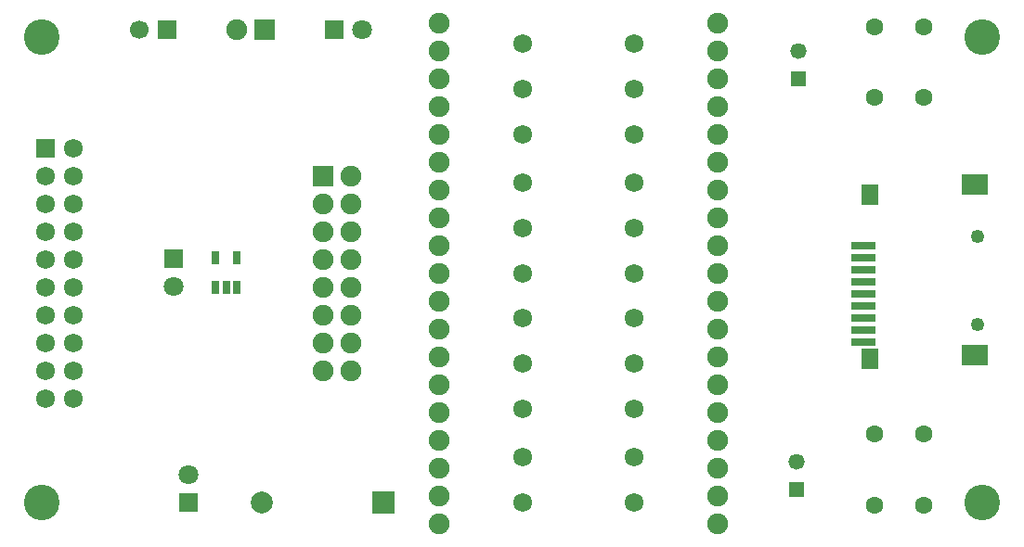
<source format=gbr>
G04 DipTrace 3.3.1.3*
G04 TopMask.gbr*
%MOIN*%
G04 #@! TF.FileFunction,Soldermask,Top*
G04 #@! TF.Part,Single*
%ADD19R,0.070866X0.070866*%
%ADD27R,0.066929X0.066929*%
%ADD28C,0.066929*%
%ADD43C,0.127953*%
%ADD44C,0.049213*%
%ADD54R,0.031496X0.051181*%
%ADD56R,0.096457X0.076772*%
%ADD58R,0.064961X0.076772*%
%ADD60R,0.086614X0.031496*%
%ADD62C,0.062992*%
%ADD64C,0.067874*%
%ADD66C,0.074803*%
%ADD67R,0.074803X0.074803*%
%ADD70C,0.067874*%
%ADD72R,0.067874X0.067874*%
%ADD74R,0.057874X0.057874*%
%ADD76C,0.057874*%
%ADD78C,0.07874*%
%ADD79R,0.07874X0.07874*%
%ADD80C,0.070866*%
%FSLAX26Y26*%
G04*
G70*
G90*
G75*
G01*
G04 TopMask*
%LPD*%
D19*
X1068701Y543702D3*
D80*
Y643702D3*
X1693701Y2243702D3*
D19*
X1593701D3*
D80*
X1016773Y1321851D3*
D19*
Y1421851D3*
D79*
X1768701Y543702D3*
D78*
X1333661D3*
D76*
X3252075Y690430D3*
D74*
Y590430D3*
D76*
X3259953Y2166876D3*
D74*
Y2066876D3*
D43*
X543701Y2218702D3*
Y543702D3*
X3918701D3*
Y2218702D3*
D72*
X555643Y1818702D3*
D70*
Y1718702D3*
Y1618702D3*
Y1518702D3*
Y1418702D3*
Y1318702D3*
Y1218702D3*
Y1118702D3*
Y1018702D3*
Y918702D3*
X655643D3*
Y1018702D3*
Y1118702D3*
Y1218702D3*
Y1318702D3*
Y1418702D3*
Y1518702D3*
Y1618702D3*
Y1718702D3*
Y1818702D3*
D27*
X993701Y2243702D3*
D28*
X893701D3*
D67*
X1343701D3*
D66*
X1243701D3*
D67*
X1551316Y1718702D3*
D66*
X1651316D3*
X1551316Y1618702D3*
X1651316D3*
X1551316Y1518702D3*
X1651316D3*
X1551316Y1418702D3*
X1651316D3*
X1551316Y1318702D3*
X1651316D3*
X1551316Y1218702D3*
X1651316D3*
X1551316Y1118702D3*
X1651316D3*
X1551316Y1018702D3*
X1651316D3*
D70*
X2668701Y1868702D3*
D64*
X2268701D3*
D70*
X2668701Y2193702D3*
D64*
X2268701D3*
D70*
X2668701Y1368702D3*
D64*
X2268701D3*
D70*
X2668701Y543702D3*
D64*
X2268701D3*
D70*
X2668701Y881202D3*
D64*
X2268701D3*
D70*
X2668701Y1531202D3*
D64*
X2268701D3*
D70*
X2668701Y1206202D3*
D64*
X2268701D3*
D70*
Y706202D3*
D64*
X2668701D3*
D70*
X2268701Y2031202D3*
D64*
X2668701D3*
D70*
X2268701Y1693702D3*
D64*
X2668701D3*
D70*
X2268701Y1043702D3*
D64*
X2668701D3*
D62*
X3709395Y533538D3*
Y789443D3*
X3532230D3*
Y533538D3*
X3709629Y2000124D3*
Y2256030D3*
X3532463D3*
Y2000124D3*
D60*
X3490461Y1120473D3*
Y1163781D3*
Y1207088D3*
Y1250395D3*
Y1293702D3*
Y1337009D3*
Y1380316D3*
Y1423623D3*
Y1466930D3*
D58*
X3514043Y1061379D3*
X3514395Y1650178D3*
D56*
X3892280Y1686489D3*
X3892144Y1074871D3*
D44*
X3902636Y1185710D3*
Y1500158D3*
D66*
X2968701Y468702D3*
Y568702D3*
Y668702D3*
Y768702D3*
Y868702D3*
Y968702D3*
Y1068702D3*
Y1168702D3*
Y1268702D3*
Y1368702D3*
Y1468702D3*
Y1568702D3*
Y1668702D3*
Y1768702D3*
Y1868702D3*
Y1968702D3*
Y2068702D3*
Y2168702D3*
Y2268702D3*
X1968701D3*
Y2168702D3*
Y2068702D3*
Y1968702D3*
Y1868702D3*
Y1768702D3*
Y1668702D3*
Y1568702D3*
Y1468702D3*
Y1368702D3*
Y1268702D3*
Y1168702D3*
Y1068702D3*
Y968702D3*
Y868702D3*
Y768702D3*
Y668702D3*
Y568702D3*
Y468702D3*
D54*
X1166773Y1318702D3*
X1204175D3*
X1241576D3*
Y1425001D3*
X1166773D3*
M02*

</source>
